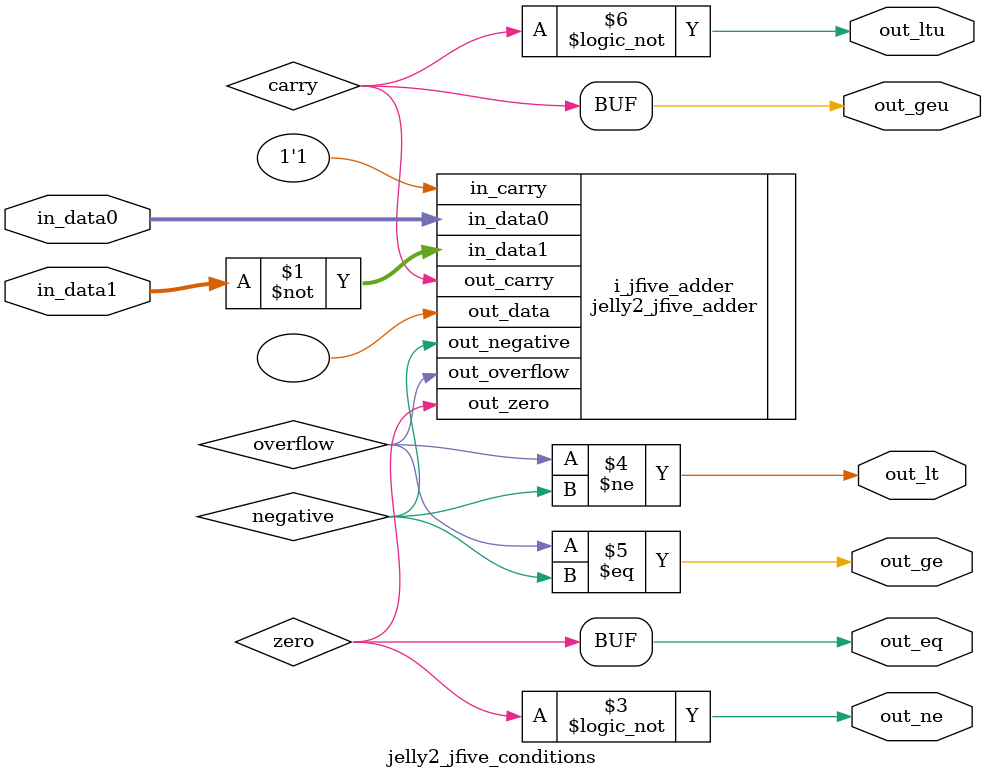
<source format=sv>



`timescale 1ns / 1ps
`default_nettype none


module jelly2_jfive_conditions
        #(
            parameter   int     DATA_WIDTH  = 32
        )
        (
            input   wire    [DATA_WIDTH-1:0]    in_data0,
            input   wire    [DATA_WIDTH-1:0]    in_data1,

            output  reg                         out_eq,
            output  reg                         out_ne,
            output  reg                         out_lt,
            output  reg                         out_ge,
            output  reg                         out_ltu,
            output  reg                         out_geu
        );

    logic       carry;
    logic       overflow;
    logic       zero;
    logic       negative;

    jelly2_jfive_adder
            #(
                .DATA_WIDTH     (DATA_WIDTH)
            )
        i_jfive_adder
            (
                .in_data0       (in_data0),
                .in_data1       (~in_data1),
                .in_carry       (1'b1),

                .out_data       (),
                .out_carry      (carry),
                .out_overflow   (overflow),
                .out_zero       (zero),
                .out_negative   (negative)
            );
    
    always_comb begin
        out_eq  = zero;
        out_ne  = !zero;
        out_lt  = (overflow != negative);
        out_ge  = (overflow == negative);
        out_ltu = !carry;
        out_geu = carry;
    end

    /* この書き方だと少し大きくなった
    always_comb begin
        eq  = (in_data0 == in_data1);
        ne  = (in_data0 != in_data1);
        lt  = (in_data0  < in_data1);
        ge  = (in_data0 >= in_data1);
        ltu = ($unsigned(in_data0)  < $unsigned(in_data1));
        geu = ($unsigned(in_data0) >= $unsigned(in_data1));
    end
    */

endmodule


`default_nettype wire


// end of file

</source>
